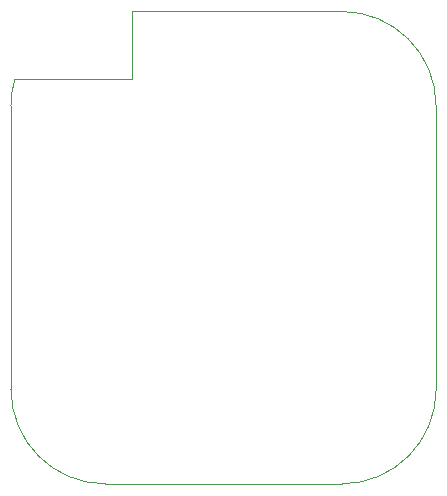
<source format=gbr>
G04 #@! TF.GenerationSoftware,KiCad,Pcbnew,(5.1.6-0-10_14)*
G04 #@! TF.CreationDate,2020-09-27T10:59:16+08:00*
G04 #@! TF.ProjectId,Watch_F4,57617463-685f-4463-942e-6b696361645f,rev?*
G04 #@! TF.SameCoordinates,Original*
G04 #@! TF.FileFunction,Profile,NP*
%FSLAX46Y46*%
G04 Gerber Fmt 4.6, Leading zero omitted, Abs format (unit mm)*
G04 Created by KiCad (PCBNEW (5.1.6-0-10_14)) date 2020-09-27 10:59:16*
%MOMM*%
%LPD*%
G01*
G04 APERTURE LIST*
G04 #@! TA.AperFunction,Profile*
%ADD10C,0.050000*%
G04 #@! TD*
G04 APERTURE END LIST*
D10*
X140210000Y-91700000D02*
X140210000Y-86000000D01*
X130337850Y-91700000D02*
X140210000Y-91700000D01*
X138000000Y-126000000D02*
G75*
G02*
X130000000Y-118000000I0J8000000D01*
G01*
X130000000Y-118000000D02*
X130000000Y-94000000D01*
X166000000Y-118000000D02*
G75*
G02*
X158000000Y-126000000I-8000000J0D01*
G01*
X158000000Y-86000000D02*
G75*
G02*
X166000000Y-94000000I0J-8000000D01*
G01*
X140210000Y-86000000D02*
X158000000Y-86000000D01*
X130000000Y-94000000D02*
G75*
G02*
X130337850Y-91700000I7997850J0D01*
G01*
X158000000Y-126000000D02*
X138000000Y-126000000D01*
X166000000Y-94000000D02*
X166000000Y-118000000D01*
M02*

</source>
